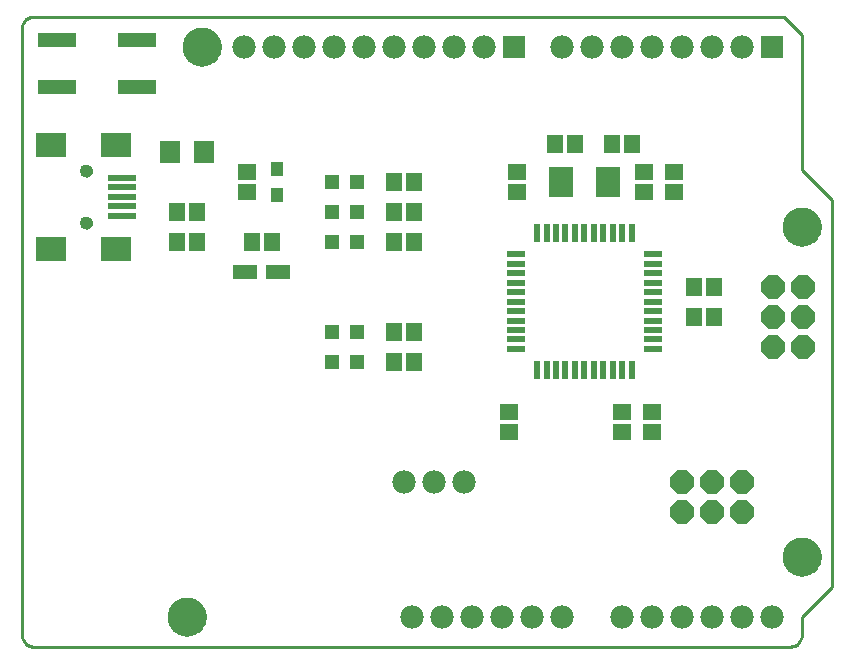
<source format=gts>
G75*
G70*
%OFA0B0*%
%FSLAX24Y24*%
%IPPOS*%
%LPD*%
%AMOC8*
5,1,8,0,0,1.08239X$1,22.5*
%
%ADD10C,0.0000*%
%ADD11C,0.1300*%
%ADD12C,0.0100*%
%ADD13C,0.0780*%
%ADD14R,0.0780X0.0780*%
%ADD15OC8,0.0780*%
%ADD16R,0.0631X0.0237*%
%ADD17R,0.0237X0.0631*%
%ADD18R,0.0985X0.0827*%
%ADD19R,0.0949X0.0237*%
%ADD20C,0.0434*%
%ADD21R,0.0552X0.0631*%
%ADD22R,0.0670X0.0750*%
%ADD23R,0.0827X0.0512*%
%ADD24R,0.0631X0.0552*%
%ADD25R,0.1300X0.0512*%
%ADD26R,0.0512X0.0512*%
%ADD27R,0.0827X0.0985*%
%ADD28R,0.0434X0.0512*%
D10*
X006069Y002089D02*
X006071Y002139D01*
X006077Y002189D01*
X006087Y002238D01*
X006101Y002286D01*
X006118Y002333D01*
X006139Y002378D01*
X006164Y002422D01*
X006192Y002463D01*
X006224Y002502D01*
X006258Y002539D01*
X006295Y002573D01*
X006335Y002603D01*
X006377Y002630D01*
X006421Y002654D01*
X006467Y002675D01*
X006514Y002691D01*
X006562Y002704D01*
X006612Y002713D01*
X006661Y002718D01*
X006712Y002719D01*
X006762Y002716D01*
X006811Y002709D01*
X006860Y002698D01*
X006908Y002683D01*
X006954Y002665D01*
X006999Y002643D01*
X007042Y002617D01*
X007083Y002588D01*
X007122Y002556D01*
X007158Y002521D01*
X007190Y002483D01*
X007220Y002443D01*
X007247Y002400D01*
X007270Y002356D01*
X007289Y002310D01*
X007305Y002262D01*
X007317Y002213D01*
X007325Y002164D01*
X007329Y002114D01*
X007329Y002064D01*
X007325Y002014D01*
X007317Y001965D01*
X007305Y001916D01*
X007289Y001868D01*
X007270Y001822D01*
X007247Y001778D01*
X007220Y001735D01*
X007190Y001695D01*
X007158Y001657D01*
X007122Y001622D01*
X007083Y001590D01*
X007042Y001561D01*
X006999Y001535D01*
X006954Y001513D01*
X006908Y001495D01*
X006860Y001480D01*
X006811Y001469D01*
X006762Y001462D01*
X006712Y001459D01*
X006661Y001460D01*
X006612Y001465D01*
X006562Y001474D01*
X006514Y001487D01*
X006467Y001503D01*
X006421Y001524D01*
X006377Y001548D01*
X006335Y001575D01*
X006295Y001605D01*
X006258Y001639D01*
X006224Y001676D01*
X006192Y001715D01*
X006164Y001756D01*
X006139Y001800D01*
X006118Y001845D01*
X006101Y001892D01*
X006087Y001940D01*
X006077Y001989D01*
X006071Y002039D01*
X006069Y002089D01*
X003146Y015222D02*
X003148Y015249D01*
X003154Y015276D01*
X003163Y015302D01*
X003176Y015326D01*
X003192Y015349D01*
X003211Y015368D01*
X003233Y015385D01*
X003257Y015399D01*
X003282Y015409D01*
X003309Y015416D01*
X003336Y015419D01*
X003364Y015418D01*
X003391Y015413D01*
X003417Y015405D01*
X003441Y015393D01*
X003464Y015377D01*
X003485Y015359D01*
X003502Y015338D01*
X003517Y015314D01*
X003528Y015289D01*
X003536Y015263D01*
X003540Y015236D01*
X003540Y015208D01*
X003536Y015181D01*
X003528Y015155D01*
X003517Y015130D01*
X003502Y015106D01*
X003485Y015085D01*
X003464Y015067D01*
X003442Y015051D01*
X003417Y015039D01*
X003391Y015031D01*
X003364Y015026D01*
X003336Y015025D01*
X003309Y015028D01*
X003282Y015035D01*
X003257Y015045D01*
X003233Y015059D01*
X003211Y015076D01*
X003192Y015095D01*
X003176Y015118D01*
X003163Y015142D01*
X003154Y015168D01*
X003148Y015195D01*
X003146Y015222D01*
X003146Y016955D02*
X003148Y016982D01*
X003154Y017009D01*
X003163Y017035D01*
X003176Y017059D01*
X003192Y017082D01*
X003211Y017101D01*
X003233Y017118D01*
X003257Y017132D01*
X003282Y017142D01*
X003309Y017149D01*
X003336Y017152D01*
X003364Y017151D01*
X003391Y017146D01*
X003417Y017138D01*
X003441Y017126D01*
X003464Y017110D01*
X003485Y017092D01*
X003502Y017071D01*
X003517Y017047D01*
X003528Y017022D01*
X003536Y016996D01*
X003540Y016969D01*
X003540Y016941D01*
X003536Y016914D01*
X003528Y016888D01*
X003517Y016863D01*
X003502Y016839D01*
X003485Y016818D01*
X003464Y016800D01*
X003442Y016784D01*
X003417Y016772D01*
X003391Y016764D01*
X003364Y016759D01*
X003336Y016758D01*
X003309Y016761D01*
X003282Y016768D01*
X003257Y016778D01*
X003233Y016792D01*
X003211Y016809D01*
X003192Y016828D01*
X003176Y016851D01*
X003163Y016875D01*
X003154Y016901D01*
X003148Y016928D01*
X003146Y016955D01*
X006569Y021089D02*
X006571Y021139D01*
X006577Y021189D01*
X006587Y021238D01*
X006601Y021286D01*
X006618Y021333D01*
X006639Y021378D01*
X006664Y021422D01*
X006692Y021463D01*
X006724Y021502D01*
X006758Y021539D01*
X006795Y021573D01*
X006835Y021603D01*
X006877Y021630D01*
X006921Y021654D01*
X006967Y021675D01*
X007014Y021691D01*
X007062Y021704D01*
X007112Y021713D01*
X007161Y021718D01*
X007212Y021719D01*
X007262Y021716D01*
X007311Y021709D01*
X007360Y021698D01*
X007408Y021683D01*
X007454Y021665D01*
X007499Y021643D01*
X007542Y021617D01*
X007583Y021588D01*
X007622Y021556D01*
X007658Y021521D01*
X007690Y021483D01*
X007720Y021443D01*
X007747Y021400D01*
X007770Y021356D01*
X007789Y021310D01*
X007805Y021262D01*
X007817Y021213D01*
X007825Y021164D01*
X007829Y021114D01*
X007829Y021064D01*
X007825Y021014D01*
X007817Y020965D01*
X007805Y020916D01*
X007789Y020868D01*
X007770Y020822D01*
X007747Y020778D01*
X007720Y020735D01*
X007690Y020695D01*
X007658Y020657D01*
X007622Y020622D01*
X007583Y020590D01*
X007542Y020561D01*
X007499Y020535D01*
X007454Y020513D01*
X007408Y020495D01*
X007360Y020480D01*
X007311Y020469D01*
X007262Y020462D01*
X007212Y020459D01*
X007161Y020460D01*
X007112Y020465D01*
X007062Y020474D01*
X007014Y020487D01*
X006967Y020503D01*
X006921Y020524D01*
X006877Y020548D01*
X006835Y020575D01*
X006795Y020605D01*
X006758Y020639D01*
X006724Y020676D01*
X006692Y020715D01*
X006664Y020756D01*
X006639Y020800D01*
X006618Y020845D01*
X006601Y020892D01*
X006587Y020940D01*
X006577Y020989D01*
X006571Y021039D01*
X006569Y021089D01*
X026569Y015089D02*
X026571Y015139D01*
X026577Y015189D01*
X026587Y015238D01*
X026601Y015286D01*
X026618Y015333D01*
X026639Y015378D01*
X026664Y015422D01*
X026692Y015463D01*
X026724Y015502D01*
X026758Y015539D01*
X026795Y015573D01*
X026835Y015603D01*
X026877Y015630D01*
X026921Y015654D01*
X026967Y015675D01*
X027014Y015691D01*
X027062Y015704D01*
X027112Y015713D01*
X027161Y015718D01*
X027212Y015719D01*
X027262Y015716D01*
X027311Y015709D01*
X027360Y015698D01*
X027408Y015683D01*
X027454Y015665D01*
X027499Y015643D01*
X027542Y015617D01*
X027583Y015588D01*
X027622Y015556D01*
X027658Y015521D01*
X027690Y015483D01*
X027720Y015443D01*
X027747Y015400D01*
X027770Y015356D01*
X027789Y015310D01*
X027805Y015262D01*
X027817Y015213D01*
X027825Y015164D01*
X027829Y015114D01*
X027829Y015064D01*
X027825Y015014D01*
X027817Y014965D01*
X027805Y014916D01*
X027789Y014868D01*
X027770Y014822D01*
X027747Y014778D01*
X027720Y014735D01*
X027690Y014695D01*
X027658Y014657D01*
X027622Y014622D01*
X027583Y014590D01*
X027542Y014561D01*
X027499Y014535D01*
X027454Y014513D01*
X027408Y014495D01*
X027360Y014480D01*
X027311Y014469D01*
X027262Y014462D01*
X027212Y014459D01*
X027161Y014460D01*
X027112Y014465D01*
X027062Y014474D01*
X027014Y014487D01*
X026967Y014503D01*
X026921Y014524D01*
X026877Y014548D01*
X026835Y014575D01*
X026795Y014605D01*
X026758Y014639D01*
X026724Y014676D01*
X026692Y014715D01*
X026664Y014756D01*
X026639Y014800D01*
X026618Y014845D01*
X026601Y014892D01*
X026587Y014940D01*
X026577Y014989D01*
X026571Y015039D01*
X026569Y015089D01*
X026569Y004089D02*
X026571Y004139D01*
X026577Y004189D01*
X026587Y004238D01*
X026601Y004286D01*
X026618Y004333D01*
X026639Y004378D01*
X026664Y004422D01*
X026692Y004463D01*
X026724Y004502D01*
X026758Y004539D01*
X026795Y004573D01*
X026835Y004603D01*
X026877Y004630D01*
X026921Y004654D01*
X026967Y004675D01*
X027014Y004691D01*
X027062Y004704D01*
X027112Y004713D01*
X027161Y004718D01*
X027212Y004719D01*
X027262Y004716D01*
X027311Y004709D01*
X027360Y004698D01*
X027408Y004683D01*
X027454Y004665D01*
X027499Y004643D01*
X027542Y004617D01*
X027583Y004588D01*
X027622Y004556D01*
X027658Y004521D01*
X027690Y004483D01*
X027720Y004443D01*
X027747Y004400D01*
X027770Y004356D01*
X027789Y004310D01*
X027805Y004262D01*
X027817Y004213D01*
X027825Y004164D01*
X027829Y004114D01*
X027829Y004064D01*
X027825Y004014D01*
X027817Y003965D01*
X027805Y003916D01*
X027789Y003868D01*
X027770Y003822D01*
X027747Y003778D01*
X027720Y003735D01*
X027690Y003695D01*
X027658Y003657D01*
X027622Y003622D01*
X027583Y003590D01*
X027542Y003561D01*
X027499Y003535D01*
X027454Y003513D01*
X027408Y003495D01*
X027360Y003480D01*
X027311Y003469D01*
X027262Y003462D01*
X027212Y003459D01*
X027161Y003460D01*
X027112Y003465D01*
X027062Y003474D01*
X027014Y003487D01*
X026967Y003503D01*
X026921Y003524D01*
X026877Y003548D01*
X026835Y003575D01*
X026795Y003605D01*
X026758Y003639D01*
X026724Y003676D01*
X026692Y003715D01*
X026664Y003756D01*
X026639Y003800D01*
X026618Y003845D01*
X026601Y003892D01*
X026587Y003940D01*
X026577Y003989D01*
X026571Y004039D01*
X026569Y004089D01*
D11*
X027199Y004089D03*
X027199Y015089D03*
X007199Y021089D03*
X006699Y002089D03*
D12*
X001593Y001089D02*
X026806Y001089D01*
X026806Y001088D02*
X026845Y001090D01*
X026883Y001096D01*
X026920Y001105D01*
X026957Y001118D01*
X026992Y001135D01*
X027025Y001154D01*
X027056Y001177D01*
X027085Y001203D01*
X027111Y001232D01*
X027134Y001263D01*
X027153Y001296D01*
X027170Y001331D01*
X027183Y001368D01*
X027192Y001405D01*
X027198Y001443D01*
X027200Y001482D01*
X027199Y001482D02*
X027199Y002089D01*
X028199Y003089D01*
X028199Y015989D01*
X027199Y016989D01*
X027199Y021489D01*
X026599Y022089D01*
X001593Y022089D01*
X001554Y022087D01*
X001516Y022081D01*
X001479Y022072D01*
X001442Y022059D01*
X001407Y022042D01*
X001374Y022023D01*
X001343Y022000D01*
X001314Y021974D01*
X001288Y021945D01*
X001265Y021914D01*
X001246Y021881D01*
X001229Y021846D01*
X001216Y021809D01*
X001207Y021772D01*
X001201Y021734D01*
X001199Y021695D01*
X001199Y001482D01*
X001201Y001443D01*
X001207Y001405D01*
X001216Y001368D01*
X001229Y001331D01*
X001246Y001296D01*
X001265Y001263D01*
X001288Y001232D01*
X001314Y001203D01*
X001343Y001177D01*
X001374Y001154D01*
X001407Y001135D01*
X001442Y001118D01*
X001479Y001105D01*
X001516Y001096D01*
X001554Y001090D01*
X001593Y001088D01*
D13*
X013949Y006589D03*
X014949Y006589D03*
X015949Y006589D03*
X016199Y002089D03*
X017199Y002089D03*
X018199Y002089D03*
X019199Y002089D03*
X021199Y002089D03*
X022199Y002089D03*
X023199Y002089D03*
X024199Y002089D03*
X025199Y002089D03*
X026199Y002089D03*
X015199Y002089D03*
X014199Y002089D03*
X014599Y021089D03*
X013599Y021089D03*
X012599Y021089D03*
X011599Y021089D03*
X010599Y021089D03*
X009599Y021089D03*
X008599Y021089D03*
X015599Y021089D03*
X016599Y021089D03*
X019199Y021089D03*
X020199Y021089D03*
X021199Y021089D03*
X022199Y021089D03*
X023199Y021089D03*
X024199Y021089D03*
X025199Y021089D03*
D14*
X026199Y021089D03*
X017599Y021089D03*
D15*
X026249Y013089D03*
X027249Y013089D03*
X027249Y012089D03*
X026249Y012089D03*
X026249Y011089D03*
X027249Y011089D03*
X025199Y006589D03*
X024199Y006589D03*
X023199Y006589D03*
X023199Y005589D03*
X024199Y005589D03*
X025199Y005589D03*
D16*
X022233Y011014D03*
X022233Y011329D03*
X022233Y011644D03*
X022233Y011959D03*
X022233Y012274D03*
X022233Y012589D03*
X022233Y012903D03*
X022233Y013218D03*
X022233Y013533D03*
X022233Y013848D03*
X022233Y014163D03*
X017666Y014163D03*
X017666Y013848D03*
X017666Y013533D03*
X017666Y013218D03*
X017666Y012903D03*
X017666Y012589D03*
X017666Y012274D03*
X017666Y011959D03*
X017666Y011644D03*
X017666Y011329D03*
X017666Y011014D03*
D17*
X018375Y010305D03*
X018690Y010305D03*
X019004Y010305D03*
X019319Y010305D03*
X019634Y010305D03*
X019949Y010305D03*
X020264Y010305D03*
X020579Y010305D03*
X020894Y010305D03*
X021209Y010305D03*
X021524Y010305D03*
X021524Y014872D03*
X021209Y014872D03*
X020894Y014872D03*
X020579Y014872D03*
X020264Y014872D03*
X019949Y014872D03*
X019634Y014872D03*
X019319Y014872D03*
X019004Y014872D03*
X018690Y014872D03*
X018375Y014872D03*
D18*
X004327Y014356D03*
X002162Y014356D03*
X002162Y017821D03*
X004327Y017821D03*
D19*
X004549Y016718D03*
X004549Y016403D03*
X004549Y016089D03*
X004549Y015774D03*
X004549Y015459D03*
D20*
X003343Y015222D03*
X003343Y016955D03*
D21*
X006365Y015589D03*
X007034Y015589D03*
X007034Y014589D03*
X006365Y014589D03*
X008865Y014589D03*
X009534Y014589D03*
X013615Y014589D03*
X014284Y014589D03*
X014284Y015589D03*
X013615Y015589D03*
X013615Y016589D03*
X014284Y016589D03*
X018965Y017839D03*
X019634Y017839D03*
X020865Y017839D03*
X021534Y017839D03*
X023615Y013089D03*
X024284Y013089D03*
X024284Y012089D03*
X023615Y012089D03*
X014284Y011589D03*
X013615Y011589D03*
X013615Y010589D03*
X014284Y010589D03*
D22*
X007259Y017589D03*
X006140Y017589D03*
D23*
X008648Y013589D03*
X009751Y013589D03*
D24*
X008699Y016254D03*
X008699Y016923D03*
X017699Y016923D03*
X017699Y016254D03*
X021949Y016254D03*
X021949Y016923D03*
X022949Y016923D03*
X022949Y016254D03*
X022199Y008923D03*
X022199Y008254D03*
X021199Y008254D03*
X021199Y008923D03*
X017449Y008923D03*
X017449Y008254D03*
D25*
X005038Y019751D03*
X005038Y021326D03*
X002361Y021326D03*
X002361Y019751D03*
D26*
X011536Y016589D03*
X012363Y016589D03*
X012363Y015589D03*
X011536Y015589D03*
X011536Y014589D03*
X012363Y014589D03*
X012363Y011589D03*
X011536Y011589D03*
X011536Y010589D03*
X012363Y010589D03*
D27*
X019162Y016589D03*
X020737Y016589D03*
D28*
X009699Y017022D03*
X009699Y016155D03*
M02*

</source>
